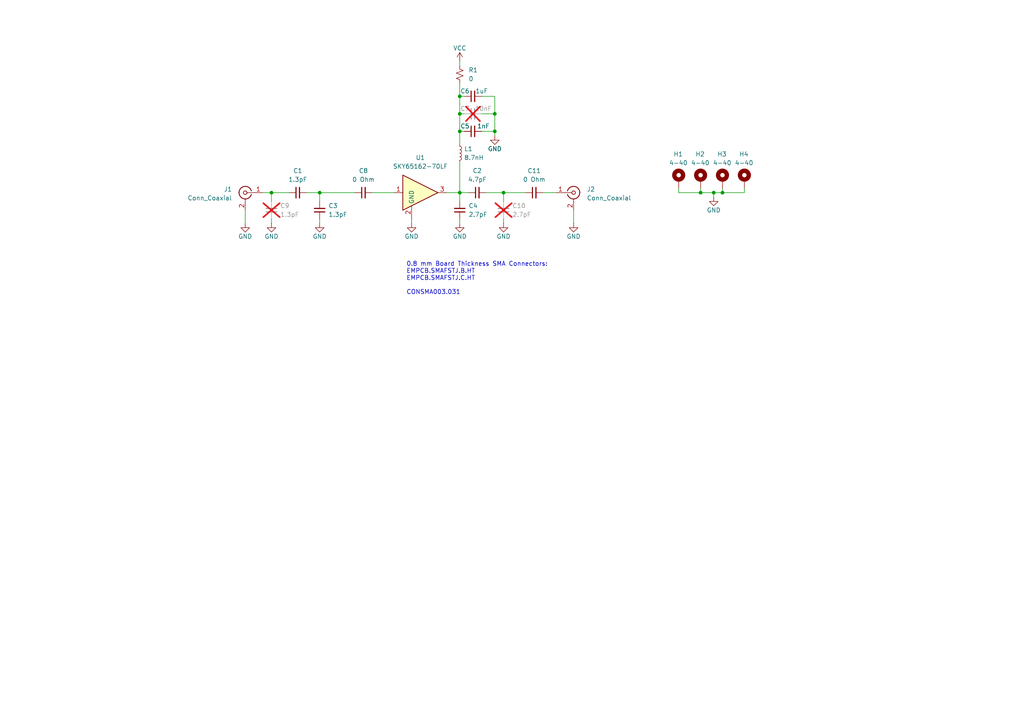
<source format=kicad_sch>
(kicad_sch (version 20231120) (generator "eeschema") (generator_version "8.0")
  (paper "A4")
  (lib_symbols
    (symbol "Connector:Conn_Coaxial" (pin_names (offset 1.016) hide)
      (property "Reference" "J" (at 0.254 3.048 0))
      (property "Value" "Conn_Coaxial" (at 2.921 0 90))
      (symbol "Conn_Coaxial_0_1"
        (arc (start -1.778 -0.508) (mid 0.2311 -1.8066) (end 1.778 0) (stroke (width 0.254)))
        (polyline (pts (xy -2.54 0) (xy -0.508 0)))
        (polyline (pts (xy 0 -2.54) (xy 0 -1.778)))
        (circle (center 0 0) (radius 0.508) (stroke (width 0.2032)))
        (arc (start 1.778 0) (mid 0.2099 1.8101) (end -1.778 0.508) (stroke (width 0.254)))
      )
      (symbol "Conn_Coaxial_1_1"
        (pin passive line (at -5.08 0 0) (length 2.54) (name "In") (number "1"))
        (pin passive line (at 0 -5.08 90) (length 2.54) (name "Ext") (number "2"))
      )
    )
    (symbol "Device:C_Small" (pin_numbers hide) (pin_names (offset 0.254) hide)
      (property "Reference" "C" (at 0.254 1.778 0))
      (property "Value" "C_Small" (at 0.254 -2.032 0))
      (symbol "C_Small_0_1"
        (polyline (pts (xy -1.524 -0.508) (xy 1.524 -0.508)) (stroke (width 0.3302)))
        (polyline (pts (xy -1.524 0.508) (xy 1.524 0.508)) (stroke (width 0.3048)))
      )
      (symbol "C_Small_1_1"
        (pin passive line (at 0 2.54 270) (length 2.032) (name "~") (number "1"))
        (pin passive line (at 0 -2.54 90) (length 2.032) (name "~") (number "2"))
      )
    )
    (symbol "Device:L_Small" (pin_numbers hide) (pin_names (offset 0.254) hide)
      (property "Reference" "L" (at 0.762 1.016 0))
      (property "Value" "L_Small" (at 0.762 -1.016 0))
      (symbol "L_Small_0_1"
        (arc (start 0 -2.032) (mid 0.5058 -1.524) (end 0 -1.016))
        (arc (start 0 -1.016) (mid 0.5058 -0.508) (end 0 0))
        (arc (start 0 0) (mid 0.5058 0.508) (end 0 1.016))
        (arc (start 0 1.016) (mid 0.5058 1.524) (end 0 2.032))
      )
      (symbol "L_Small_1_1"
        (pin passive line (at 0 2.54 270) (length 0.508) (name "~") (number "1"))
        (pin passive line (at 0 -2.54 90) (length 0.508) (name "~") (number "2"))
      )
    )
    (symbol "Device:R_Small_US" (pin_numbers hide) (pin_names (offset 0.254) hide)
      (property "Reference" "R" (at 0.762 0.508 0))
      (property "Value" "R_Small_US" (at 0.762 -1.016 0))
      (symbol "R_Small_US_1_1"
        (polyline (pts (xy 0 0) (xy 1.016 -0.381) (xy 0 -0.762) (xy -1.016 -1.143) (xy 0 -1.524)))
        (polyline (pts (xy 0 1.524) (xy 1.016 1.143) (xy 0 0.762) (xy -1.016 0.381) (xy 0 0)))
        (pin passive line (at 0 2.54 270) (length 1.016) (name "~") (number "1"))
        (pin passive line (at 0 -2.54 90) (length 1.016) (name "~") (number "2"))
      )
    )
    (symbol "Mechanical:MountingHole_Pad" (pin_numbers hide) (pin_names (offset 1.016) hide)
      (property "Reference" "H" (at 0 6.35 0))
      (property "Value" "MountingHole_Pad" (at 0 4.445 0))
      (symbol "MountingHole_Pad_0_1"
        (circle (center 0 1.27) (radius 1.27) (stroke (width 1.27)))
      )
      (symbol "MountingHole_Pad_1_1"
        (pin input line (at 0 -2.54 90) (length 2.54) (name "1") (number "1"))
      )
    )
    (symbol "RF_Amplifier:GALI-39"
      (property "Reference" "U" (at -1.27 7.62 0))
      (property "Value" "GALI-39" (at 2.54 5.08 0))
      (symbol "GALI-39_0_1"
        (polyline (pts (xy 5.08 0) (xy -5.08 5.08) (xy -5.08 -5.08) (xy 5.08 0)) (stroke (width 0.254)) (fill (type background)))
      )
      (symbol "GALI-39_1_1"
        (pin input line (at -7.62 0 0) (length 2.54) (name "~") (number "1"))
        (pin power_in line (at -2.54 -7.62 90) (length 3.81) (name "GND") (number "2"))
        (pin output line (at 7.62 0 180) (length 2.54) (name "~") (number "3"))
      )
    )
    (symbol "power:GND" (power) (pin_numbers hide) (pin_names (offset 0) hide)
      (property "Value" "GND" (at 0 -3.81 0))
      (symbol "GND_0_1"
        (polyline (pts (xy 0 0) (xy 0 -1.27) (xy 1.27 -1.27) (xy 0 -2.54) (xy -1.27 -1.27) (xy 0 -1.27)))
      )
      (symbol "GND_1_1"
        (pin power_in line (at 0 0 270) (length 0) (name "~") (number "1"))
      )
    )
    (symbol "power:VCC" (power) (pin_numbers hide) (pin_names (offset 0) hide)
      (property "Value" "VCC" (at 0 3.556 0))
      (symbol "VCC_0_1"
        (polyline (pts (xy -0.762 1.27) (xy 0 2.54)))
        (polyline (pts (xy 0 0) (xy 0 2.54)))
        (polyline (pts (xy 0 2.54) (xy 0.762 1.27)))
      )
      (symbol "VCC_1_1"
        (pin power_in line (at 0 0 90) (length 0) (name "~") (number "1"))
      )
    )
  )
  (junction (at 133.35 33.02))
  (junction (at 146.05 55.88))
  (junction (at 133.35 27.94))
  (junction (at 78.74 55.88))
  (junction (at 133.35 55.88))
  (junction (at 209.55 55.88))
  (junction (at 143.51 33.02))
  (junction (at 207.01 55.88))
  (junction (at 133.35 38.1))
  (junction (at 143.51 38.1))
  (junction (at 203.2 55.88))
  (junction (at 92.71 55.88))
  (wire (pts (xy 146.05 55.88) (xy 152.4 55.88)))
  (wire (pts (xy 139.7 38.1) (xy 143.51 38.1)))
  (wire (pts (xy 133.35 24.13) (xy 133.35 27.94)))
  (wire (pts (xy 140.97 55.88) (xy 146.05 55.88)))
  (wire (pts (xy 134.62 27.94) (xy 133.35 27.94)))
  (wire (pts (xy 196.85 54.61) (xy 196.85 55.88)))
  (wire (pts (xy 133.35 55.88) (xy 135.89 55.88)))
  (wire (pts (xy 215.9 55.88) (xy 209.55 55.88)))
  (wire (pts (xy 157.48 55.88) (xy 161.29 55.88)))
  (wire (pts (xy 71.12 60.96) (xy 71.12 64.77)))
  (wire (pts (xy 139.7 33.02) (xy 143.51 33.02)))
  (wire (pts (xy 203.2 54.61) (xy 203.2 55.88)))
  (wire (pts (xy 133.35 17.78) (xy 133.35 19.05)))
  (wire (pts (xy 143.51 33.02) (xy 143.51 38.1)))
  (wire (pts (xy 146.05 63.5) (xy 146.05 64.77)))
  (wire (pts (xy 119.38 64.77) (xy 119.38 63.5)))
  (wire (pts (xy 133.35 55.88) (xy 133.35 58.42)))
  (wire (pts (xy 139.7 27.94) (xy 143.51 27.94)))
  (wire (pts (xy 143.51 38.1) (xy 143.51 39.37)))
  (wire (pts (xy 133.35 63.5) (xy 133.35 64.77)))
  (wire (pts (xy 133.35 33.02) (xy 134.62 33.02)))
  (wire (pts (xy 133.35 33.02) (xy 133.35 38.1)))
  (wire (pts (xy 92.71 55.88) (xy 102.87 55.88)))
  (wire (pts (xy 146.05 55.88) (xy 146.05 58.42)))
  (wire (pts (xy 209.55 54.61) (xy 209.55 55.88)))
  (wire (pts (xy 203.2 55.88) (xy 207.01 55.88)))
  (wire (pts (xy 78.74 63.5) (xy 78.74 64.77)))
  (wire (pts (xy 129.54 55.88) (xy 133.35 55.88)))
  (wire (pts (xy 143.51 27.94) (xy 143.51 33.02)))
  (wire (pts (xy 215.9 54.61) (xy 215.9 55.88)))
  (wire (pts (xy 133.35 46.99) (xy 133.35 55.88)))
  (wire (pts (xy 166.37 60.96) (xy 166.37 64.77)))
  (wire (pts (xy 133.35 27.94) (xy 133.35 33.02)))
  (wire (pts (xy 207.01 55.88) (xy 207.01 57.15)))
  (wire (pts (xy 107.95 55.88) (xy 114.3 55.88)))
  (wire (pts (xy 133.35 38.1) (xy 134.62 38.1)))
  (wire (pts (xy 76.2 55.88) (xy 78.74 55.88)))
  (wire (pts (xy 78.74 55.88) (xy 83.82 55.88)))
  (wire (pts (xy 88.9 55.88) (xy 92.71 55.88)))
  (wire (pts (xy 92.71 63.5) (xy 92.71 64.77)))
  (wire (pts (xy 133.35 41.91) (xy 133.35 38.1)))
  (wire (pts (xy 78.74 58.42) (xy 78.74 55.88)))
  (wire (pts (xy 92.71 58.42) (xy 92.71 55.88)))
  (wire (pts (xy 196.85 55.88) (xy 203.2 55.88)))
  (wire (pts (xy 209.55 55.88) (xy 207.01 55.88)))
  (text "0.8 mm Board Thickness SMA Connectors:\nEMPCB.SMAFSTJ.B.HT\nEMPCB.SMAFSTJ.C.HT\n\nCONSMA003.031" (at 117.856 80.772 0) (effects (font (size 1.27 1.27)) (justify left)))
  (symbol (lib_id "Device:C_Small") (at 137.16 27.94 90) (unit 1)
    (property "Reference" "C6" (at 134.874 26.416 90))
    (property "Value" "1uF" (at 139.7 26.416 90))
    (property "Footprint" "Capacitor_SMD:C_0402_1005Metric" (effects (hide yes)))
    (property "Description" "Unpolarized capacitor, small symbol" (effects (hide yes)))
  )
  (symbol (lib_id "Device:C_Small") (at 137.16 33.02 90) (unit 1) (dnp yes)
    (property "Reference" "C7" (at 134.874 31.496 90))
    (property "Value" "10nF" (at 140.208 31.496 90))
    (property "Footprint" "Capacitor_SMD:C_0402_1005Metric" (effects (hide yes)))
    (property "Description" "Unpolarized capacitor, small symbol" (effects (hide yes)))
  )
  (symbol (lib_id "Device:R_Small_US") (at 133.35 21.59 0) (unit 1)
    (property "Reference" "R1" (at 135.89 20.3199 0) (effects (justify left)))
    (property "Value" "0" (at 135.89 22.8599 0) (effects (justify left)))
    (property "Footprint" "Resistor_SMD:R_0402_1005Metric" (effects (hide yes)))
    (property "Description" "Resistor, small US symbol" (effects (hide yes)))
  )
  (symbol (lib_id "Device:C_Small") (at 137.16 38.1 90) (unit 1)
    (property "Reference" "C5" (at 134.874 36.576 90))
    (property "Value" "1nF" (at 140.208 36.576 90))
    (property "Footprint" "Capacitor_SMD:C_0402_1005Metric" (effects (hide yes)))
    (property "Description" "Unpolarized capacitor, small symbol" (effects (hide yes)))
  )
  (symbol (lib_id "Mechanical:MountingHole_Pad") (at 196.85 52.07 0) (unit 1)
    (property "Reference" "H1" (at 195.326 44.704 0) (effects (justify left)))
    (property "Value" "4-40" (at 194.056 47.244 0) (effects (justify left)))
    (property "Footprint" "B12T_MountingHole:4-40_Hole_Pad" (effects (hide yes)))
    (property "Description" "Mounting Hole with connection" (effects (hide yes)))
  )
  (symbol (lib_id "power:GND") (at 119.38 64.77 0) (unit 1)
    (property "Reference" "#PWR01" (effects (hide yes)))
    (property "Value" "GND" (at 119.38 68.58 0))
    (property "Description" "Power symbol creates a global label with name \"GND\" , ground" (effects (hide yes)))
  )
  (symbol (lib_id "RF_Amplifier:GALI-39") (at 121.92 55.88 0) (unit 1)
    (property "Reference" "U1" (at 121.92 45.72 0))
    (property "Value" "SKY65162-70LF" (at 121.92 48.26 0))
    (property "Footprint" "Package_TO_SOT_SMD:SOT-89-3" (effects (hide yes)))
    (property "Datasheet" "https://www.skyworksinc.com/-/media/SkyWorks/Documents/Products/401-500/SKY65162_70LF_201212K.pdf" (effects (hide yes)))
    (property "Description" "400 to 3800 MHz Linear Power Amplifier" (effects (hide yes)))
  )
  (symbol (lib_id "Mechanical:MountingHole_Pad") (at 203.2 52.07 0) (unit 1)
    (property "Reference" "H2" (at 201.676 44.704 0) (effects (justify left)))
    (property "Value" "4-40" (at 200.406 47.244 0) (effects (justify left)))
    (property "Footprint" "B12T_MountingHole:4-40_Hole_Pad" (effects (hide yes)))
    (property "Description" "Mounting Hole with connection" (effects (hide yes)))
  )
  (symbol (lib_id "Connector:Conn_Coaxial") (at 71.12 55.88 0) (mirror y) (unit 1)
    (property "Reference" "J1" (at 67.31 54.9031 0) (effects (justify left)))
    (property "Value" "Conn_Coaxial" (at 67.31 57.4431 0) (effects (justify left)))
    (property "Footprint" "Connector_Coaxial:SMA_Samtec_SMA-J-P-X-ST-EM1_EdgeMount" (effects (hide yes)))
    (property "Datasheet" " ~" (effects (hide yes)))
    (property "Description" "coaxial connector (BNC, SMA, SMB, SMC, Cinch/RCA, LEMO, ...)" (effects (hide yes)))
  )
  (symbol (lib_id "power:GND") (at 92.71 64.77 0) (unit 1)
    (property "Reference" "#PWR03" (effects (hide yes)))
    (property "Value" "GND" (at 92.71 68.58 0))
    (property "Description" "Power symbol creates a global label with name \"GND\" , ground" (effects (hide yes)))
  )
  (symbol (lib_id "Device:C_Small") (at 154.94 55.88 90) (unit 1)
    (property "Reference" "C11" (at 154.9463 49.53 90))
    (property "Value" "0 Ohm" (at 154.9463 52.07 90))
    (property "Footprint" "Capacitor_SMD:C_0402_1005Metric" (effects (hide yes)))
    (property "Description" "Unpolarized capacitor, small symbol" (effects (hide yes)))
  )
  (symbol (lib_id "Device:C_Small") (at 105.41 55.88 90) (unit 1)
    (property "Reference" "C8" (at 105.4163 49.53 90))
    (property "Value" "0 Ohm" (at 105.4163 52.07 90))
    (property "Footprint" "Capacitor_SMD:C_0402_1005Metric" (effects (hide yes)))
    (property "Description" "Unpolarized capacitor, small symbol" (effects (hide yes)))
  )
  (symbol (lib_id "Mechanical:MountingHole_Pad") (at 215.9 52.07 0) (unit 1)
    (property "Reference" "H4" (at 214.376 44.704 0) (effects (justify left)))
    (property "Value" "4-40" (at 213.106 47.244 0) (effects (justify left)))
    (property "Footprint" "B12T_MountingHole:4-40_Hole_Pad" (effects (hide yes)))
    (property "Description" "Mounting Hole with connection" (effects (hide yes)))
  )
  (symbol (lib_id "power:GND") (at 78.74 64.77 0) (unit 1)
    (property "Reference" "#PWR09" (effects (hide yes)))
    (property "Value" "GND" (at 78.74 68.58 0))
    (property "Description" "Power symbol creates a global label with name \"GND\" , ground" (effects (hide yes)))
  )
  (symbol (lib_id "Mechanical:MountingHole_Pad") (at 209.55 52.07 0) (unit 1)
    (property "Reference" "H3" (at 208.026 44.704 0) (effects (justify left)))
    (property "Value" "4-40" (at 206.756 47.244 0) (effects (justify left)))
    (property "Footprint" "B12T_MountingHole:4-40_Hole_Pad" (effects (hide yes)))
    (property "Description" "Mounting Hole with connection" (effects (hide yes)))
  )
  (symbol (lib_id "Device:C_Small") (at 86.36 55.88 90) (unit 1)
    (property "Reference" "C1" (at 86.3663 49.53 90))
    (property "Value" "1.3pF" (at 86.3663 52.07 90))
    (property "Footprint" "Capacitor_SMD:C_0402_1005Metric" (effects (hide yes)))
    (property "Description" "Unpolarized capacitor, small symbol" (effects (hide yes)))
  )
  (symbol (lib_id "power:GND") (at 71.12 64.77 0) (unit 1)
    (property "Reference" "#PWR04" (effects (hide yes)))
    (property "Value" "GND" (at 71.12 68.58 0))
    (property "Description" "Power symbol creates a global label with name \"GND\" , ground" (effects (hide yes)))
  )
  (symbol (lib_id "power:GND") (at 207.01 57.15 0) (unit 1)
    (property "Reference" "#PWR08" (effects (hide yes)))
    (property "Value" "GND" (at 207.01 60.96 0))
    (property "Description" "Power symbol creates a global label with name \"GND\" , ground" (effects (hide yes)))
  )
  (symbol (lib_id "Device:C_Small") (at 78.74 60.96 180) (unit 1) (dnp yes)
    (property "Reference" "C9" (at 81.28 59.6835 0) (effects (justify right)))
    (property "Value" "1.3pF" (at 81.28 62.2235 0) (effects (justify right)))
    (property "Footprint" "Capacitor_SMD:C_0402_1005Metric" (effects (hide yes)))
    (property "Description" "Unpolarized capacitor, small symbol" (effects (hide yes)))
  )
  (symbol (lib_id "Device:C_Small") (at 146.05 60.96 180) (unit 1) (dnp yes)
    (property "Reference" "C10" (at 148.59 59.6835 0) (effects (justify right)))
    (property "Value" "2.7pF" (at 148.59 62.2235 0) (effects (justify right)))
    (property "Footprint" "Capacitor_SMD:C_0402_1005Metric" (effects (hide yes)))
    (property "Description" "Unpolarized capacitor, small symbol" (effects (hide yes)))
  )
  (symbol (lib_id "Device:C_Small") (at 92.71 60.96 180) (unit 1)
    (property "Reference" "C3" (at 95.25 59.6835 0) (effects (justify right)))
    (property "Value" "1.3pF" (at 95.25 62.2235 0) (effects (justify right)))
    (property "Footprint" "Capacitor_SMD:C_0402_1005Metric" (effects (hide yes)))
    (property "Description" "Unpolarized capacitor, small symbol" (effects (hide yes)))
  )
  (symbol (lib_id "Device:C_Small") (at 138.43 55.88 90) (unit 1)
    (property "Reference" "C2" (at 138.4363 49.53 90))
    (property "Value" "4.7pF" (at 138.4363 52.07 90))
    (property "Footprint" "Capacitor_SMD:C_0402_1005Metric" (effects (hide yes)))
    (property "Description" "Unpolarized capacitor, small symbol" (effects (hide yes)))
  )
  (symbol (lib_id "power:GND") (at 133.35 64.77 0) (unit 1)
    (property "Reference" "#PWR02" (effects (hide yes)))
    (property "Value" "GND" (at 133.35 68.58 0))
    (property "Description" "Power symbol creates a global label with name \"GND\" , ground" (effects (hide yes)))
  )
  (symbol (lib_id "power:GND") (at 143.51 39.37 0) (unit 1)
    (property "Reference" "#PWR06" (effects (hide yes)))
    (property "Value" "GND" (at 143.51 43.18 0))
    (property "Description" "Power symbol creates a global label with name \"GND\" , ground" (effects (hide yes)))
  )
  (symbol (lib_id "Device:C_Small") (at 133.35 60.96 180) (unit 1)
    (property "Reference" "C4" (at 135.89 59.6835 0) (effects (justify right)))
    (property "Value" "2.7pF" (at 135.89 62.2235 0) (effects (justify right)))
    (property "Footprint" "Capacitor_SMD:C_0402_1005Metric" (effects (hide yes)))
    (property "Description" "Unpolarized capacitor, small symbol" (effects (hide yes)))
  )
  (symbol (lib_id "power:VCC") (at 133.35 17.78 0) (unit 1)
    (property "Reference" "#PWR07" (effects (hide yes)))
    (property "Value" "VCC" (at 133.35 13.97 0))
    (property "Description" "Power symbol creates a global label with name \"VCC\"" (effects (hide yes)))
  )
  (symbol (lib_id "Connector:Conn_Coaxial") (at 166.37 55.88 0) (unit 1)
    (property "Reference" "J2" (at 170.18 54.9031 0) (effects (justify left)))
    (property "Value" "Conn_Coaxial" (at 170.18 57.4431 0) (effects (justify left)))
    (property "Footprint" "Connector_Coaxial:SMA_Samtec_SMA-J-P-X-ST-EM1_EdgeMount" (effects (hide yes)))
    (property "Datasheet" " ~" (effects (hide yes)))
    (property "Description" "coaxial connector (BNC, SMA, SMB, SMC, Cinch/RCA, LEMO, ...)" (effects (hide yes)))
  )
  (symbol (lib_id "power:GND") (at 146.05 64.77 0) (unit 1)
    (property "Reference" "#PWR010" (effects (hide yes)))
    (property "Value" "GND" (at 146.05 68.58 0))
    (property "Description" "Power symbol creates a global label with name \"GND\" , ground" (effects (hide yes)))
  )
  (symbol (lib_id "Device:L_Small") (at 133.35 44.45 0) (unit 1)
    (property "Reference" "L1" (at 134.62 43.1799 0) (effects (justify left)))
    (property "Value" "8.7nH" (at 134.62 45.7199 0) (effects (justify left)))
    (property "Footprint" "Inductor_SMD:L_0402_1005Metric" (effects (hide yes)))
    (property "Description" "Inductor, small symbol" (effects (hide yes)))
  )
  (symbol (lib_id "power:GND") (at 166.37 64.77 0) (unit 1)
    (property "Reference" "#PWR05" (effects (hide yes)))
    (property "Value" "GND" (at 166.37 68.58 0))
    (property "Description" "Power symbol creates a global label with name \"GND\" , ground" (effects (hide yes)))
  )
)
</source>
